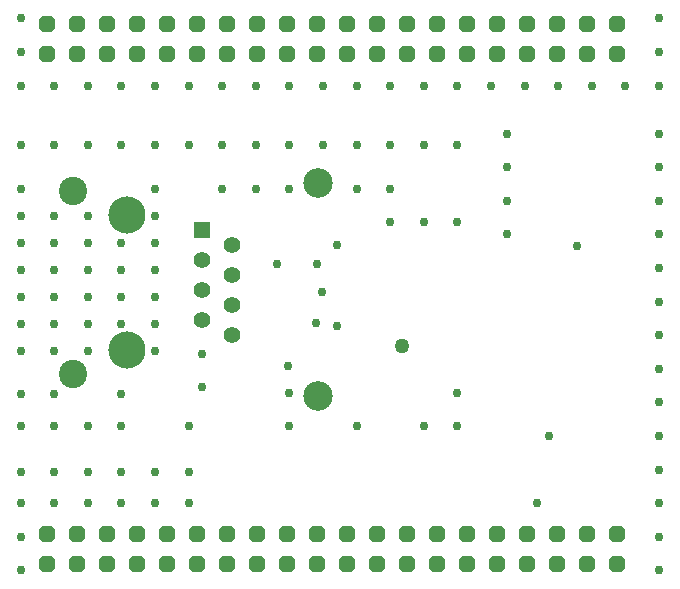
<source format=gbr>
G04 Layer_Color=16711935*
%FSLAX26Y26*%
%MOIN*%
%TF.FileFunction,Soldermask,Bot*%
%TF.Part,Single*%
G01*
G75*
%TA.AperFunction,ComponentPad*%
%ADD25C,0.098425*%
%ADD26C,0.094488*%
%ADD27C,0.124016*%
%ADD28C,0.055118*%
%ADD29R,0.055118X0.055118*%
G04:AMPARAMS|DCode=30|XSize=53.37mil|YSize=53.37mil|CornerRadius=0mil|HoleSize=0mil|Usage=FLASHONLY|Rotation=270.000|XOffset=0mil|YOffset=0mil|HoleType=Round|Shape=Octagon|*
%AMOCTAGOND30*
4,1,8,-0.013342,-0.026685,0.013342,-0.026685,0.026685,-0.013342,0.026685,0.013342,0.013342,0.026685,-0.013342,0.026685,-0.026685,0.013342,-0.026685,-0.013342,-0.013342,-0.026685,0.0*
%
%ADD30OCTAGOND30*%

%TA.AperFunction,ViaPad*%
%ADD31C,0.030000*%
%ADD32C,0.050000*%
D25*
X1064252Y-1340000D02*
D03*
Y-630000D02*
D03*
D26*
X247953Y-1265118D02*
D03*
Y-654882D02*
D03*
D27*
X427874Y-1185000D02*
D03*
Y-735000D02*
D03*
D28*
X777874Y-1135000D02*
D03*
Y-1035000D02*
D03*
Y-935000D02*
D03*
Y-835000D02*
D03*
X677874Y-885000D02*
D03*
Y-985000D02*
D03*
Y-1085000D02*
D03*
D29*
X677874Y-785000D02*
D03*
D30*
X1960000Y-1900000D02*
D03*
X2060000D02*
D03*
Y-1800000D02*
D03*
X1960000D02*
D03*
X1860000D02*
D03*
X1760000D02*
D03*
X1660000D02*
D03*
X1560000D02*
D03*
Y-1900000D02*
D03*
X1660000D02*
D03*
X1760000D02*
D03*
X1860000D02*
D03*
X1460000Y-1800000D02*
D03*
X1360000D02*
D03*
X1260000D02*
D03*
X1160000D02*
D03*
Y-1900000D02*
D03*
X1260000D02*
D03*
X1360000D02*
D03*
X1460000D02*
D03*
X1060000Y-1800000D02*
D03*
X960000D02*
D03*
X860000D02*
D03*
Y-1900000D02*
D03*
X960000D02*
D03*
X1060000D02*
D03*
X760000Y-1800000D02*
D03*
X660000D02*
D03*
X560000D02*
D03*
X460000D02*
D03*
Y-1900000D02*
D03*
X560000D02*
D03*
X660000D02*
D03*
X760000D02*
D03*
X360000Y-1800000D02*
D03*
X260000D02*
D03*
X160000D02*
D03*
Y-1900000D02*
D03*
X260000D02*
D03*
X360000D02*
D03*
X1960000Y-200000D02*
D03*
X2060000D02*
D03*
Y-100000D02*
D03*
X1960000D02*
D03*
X1860000D02*
D03*
Y-200000D02*
D03*
X1760000D02*
D03*
Y-100000D02*
D03*
X1660000D02*
D03*
Y-200000D02*
D03*
X1560000D02*
D03*
Y-100000D02*
D03*
X1460000D02*
D03*
Y-200000D02*
D03*
X1360000D02*
D03*
Y-100000D02*
D03*
X1260000D02*
D03*
Y-200000D02*
D03*
X1160000D02*
D03*
Y-100000D02*
D03*
X1060000D02*
D03*
Y-200000D02*
D03*
X960000D02*
D03*
Y-100000D02*
D03*
X860000D02*
D03*
Y-200000D02*
D03*
X760000D02*
D03*
Y-100000D02*
D03*
X660000D02*
D03*
Y-200000D02*
D03*
X560000D02*
D03*
Y-100000D02*
D03*
X460000D02*
D03*
Y-200000D02*
D03*
X360000D02*
D03*
Y-100000D02*
D03*
X260000D02*
D03*
Y-200000D02*
D03*
X160000D02*
D03*
Y-100000D02*
D03*
D31*
X2200000Y-1920000D02*
D03*
Y-1808000D02*
D03*
Y-1696000D02*
D03*
Y-1584000D02*
D03*
Y-1472000D02*
D03*
Y-1360000D02*
D03*
Y-1248000D02*
D03*
Y-1136000D02*
D03*
Y-1024000D02*
D03*
Y-912000D02*
D03*
Y-800000D02*
D03*
X1925000Y-840000D02*
D03*
X2200000Y-688000D02*
D03*
Y-576000D02*
D03*
Y-464000D02*
D03*
Y-304000D02*
D03*
X2088000D02*
D03*
X1976000D02*
D03*
X2200000Y-192000D02*
D03*
Y-80000D02*
D03*
X1864000Y-304000D02*
D03*
X1752000D02*
D03*
X1640000D02*
D03*
X1528000D02*
D03*
Y-503000D02*
D03*
X1693000Y-464000D02*
D03*
Y-576000D02*
D03*
Y-688000D02*
D03*
Y-800000D02*
D03*
X1528000Y-760000D02*
D03*
Y-1328000D02*
D03*
Y-1440000D02*
D03*
X1834000Y-1472000D02*
D03*
X1793000Y-1696000D02*
D03*
X1416000Y-1440000D02*
D03*
X1192000D02*
D03*
X1304000Y-760000D02*
D03*
X1416000D02*
D03*
X1304000Y-648000D02*
D03*
X1192000D02*
D03*
Y-503000D02*
D03*
X1304000D02*
D03*
X1416000D02*
D03*
Y-304000D02*
D03*
X1304000D02*
D03*
X1192000D02*
D03*
X1080000D02*
D03*
X968000D02*
D03*
X856000D02*
D03*
Y-503000D02*
D03*
X968000D02*
D03*
X1080000D02*
D03*
X968000Y-648000D02*
D03*
X856000D02*
D03*
X927000Y-898000D02*
D03*
X1059000D02*
D03*
X1075000Y-993000D02*
D03*
X1056000Y-1096000D02*
D03*
X1128000Y-835000D02*
D03*
X1127000Y-1106000D02*
D03*
X964000Y-1239000D02*
D03*
X968000Y-1328000D02*
D03*
Y-1440000D02*
D03*
X520000Y-1098000D02*
D03*
Y-1008000D02*
D03*
Y-918000D02*
D03*
Y-828000D02*
D03*
Y-738000D02*
D03*
X408000Y-828000D02*
D03*
Y-918000D02*
D03*
Y-1008000D02*
D03*
Y-1098000D02*
D03*
X520000Y-1188000D02*
D03*
X677875Y-1197000D02*
D03*
Y-1309000D02*
D03*
X632000Y-1440000D02*
D03*
X408000D02*
D03*
Y-1331000D02*
D03*
Y-1593000D02*
D03*
Y-1696000D02*
D03*
X520000D02*
D03*
Y-1593000D02*
D03*
X632000D02*
D03*
Y-1696000D02*
D03*
X296000Y-1440000D02*
D03*
X184000D02*
D03*
Y-1331000D02*
D03*
X72000D02*
D03*
Y-1440000D02*
D03*
Y-1188000D02*
D03*
X184000D02*
D03*
X296000D02*
D03*
Y-1593000D02*
D03*
Y-1696000D02*
D03*
X184000D02*
D03*
Y-1593000D02*
D03*
X72000D02*
D03*
Y-1696000D02*
D03*
Y-1808000D02*
D03*
Y-1920000D02*
D03*
Y-1098000D02*
D03*
Y-1008000D02*
D03*
Y-918000D02*
D03*
Y-828000D02*
D03*
Y-738000D02*
D03*
X184000D02*
D03*
Y-828000D02*
D03*
Y-918000D02*
D03*
Y-1008000D02*
D03*
Y-1098000D02*
D03*
X296000D02*
D03*
Y-1008000D02*
D03*
Y-918000D02*
D03*
Y-828000D02*
D03*
Y-738000D02*
D03*
X520000Y-648000D02*
D03*
Y-503000D02*
D03*
X408000D02*
D03*
X632000D02*
D03*
X744000D02*
D03*
Y-648000D02*
D03*
Y-304000D02*
D03*
X632000D02*
D03*
X520000D02*
D03*
X408000D02*
D03*
X296000D02*
D03*
X184000D02*
D03*
X72000D02*
D03*
Y-192000D02*
D03*
Y-80000D02*
D03*
Y-503000D02*
D03*
X184000D02*
D03*
X296000D02*
D03*
X72000Y-648000D02*
D03*
D32*
X1342000Y-1172000D02*
D03*
%TF.MD5,057553b5e554e2c5d334567bdf43b606*%
M02*

</source>
